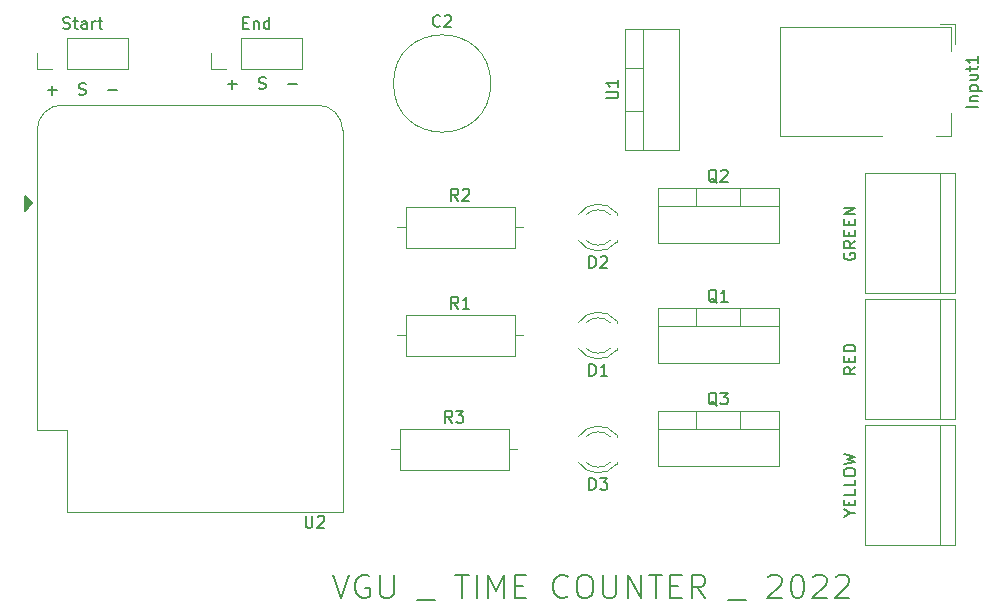
<source format=gbr>
%TF.GenerationSoftware,KiCad,Pcbnew,(6.0.5)*%
%TF.CreationDate,2022-06-22T13:59:23+07:00*%
%TF.ProjectId,timer,74696d65-722e-46b6-9963-61645f706362,rev?*%
%TF.SameCoordinates,Original*%
%TF.FileFunction,Legend,Top*%
%TF.FilePolarity,Positive*%
%FSLAX46Y46*%
G04 Gerber Fmt 4.6, Leading zero omitted, Abs format (unit mm)*
G04 Created by KiCad (PCBNEW (6.0.5)) date 2022-06-22 13:59:23*
%MOMM*%
%LPD*%
G01*
G04 APERTURE LIST*
%ADD10C,0.150000*%
%ADD11C,0.120000*%
G04 APERTURE END LIST*
D10*
X79647619Y-118792761D02*
X80314285Y-120792761D01*
X80980952Y-118792761D01*
X82695238Y-118888000D02*
X82504761Y-118792761D01*
X82219047Y-118792761D01*
X81933333Y-118888000D01*
X81742857Y-119078476D01*
X81647619Y-119268952D01*
X81552380Y-119649904D01*
X81552380Y-119935619D01*
X81647619Y-120316571D01*
X81742857Y-120507047D01*
X81933333Y-120697523D01*
X82219047Y-120792761D01*
X82409523Y-120792761D01*
X82695238Y-120697523D01*
X82790476Y-120602285D01*
X82790476Y-119935619D01*
X82409523Y-119935619D01*
X83647619Y-118792761D02*
X83647619Y-120411809D01*
X83742857Y-120602285D01*
X83838095Y-120697523D01*
X84028571Y-120792761D01*
X84409523Y-120792761D01*
X84600000Y-120697523D01*
X84695238Y-120602285D01*
X84790476Y-120411809D01*
X84790476Y-118792761D01*
X86790476Y-120983238D02*
X88314285Y-120983238D01*
X90028571Y-118792761D02*
X91171428Y-118792761D01*
X90600000Y-120792761D02*
X90600000Y-118792761D01*
X91838095Y-120792761D02*
X91838095Y-118792761D01*
X92790476Y-120792761D02*
X92790476Y-118792761D01*
X93457142Y-120221333D01*
X94123809Y-118792761D01*
X94123809Y-120792761D01*
X95076190Y-119745142D02*
X95742857Y-119745142D01*
X96028571Y-120792761D02*
X95076190Y-120792761D01*
X95076190Y-118792761D01*
X96028571Y-118792761D01*
X99552380Y-120602285D02*
X99457142Y-120697523D01*
X99171428Y-120792761D01*
X98980952Y-120792761D01*
X98695238Y-120697523D01*
X98504761Y-120507047D01*
X98409523Y-120316571D01*
X98314285Y-119935619D01*
X98314285Y-119649904D01*
X98409523Y-119268952D01*
X98504761Y-119078476D01*
X98695238Y-118888000D01*
X98980952Y-118792761D01*
X99171428Y-118792761D01*
X99457142Y-118888000D01*
X99552380Y-118983238D01*
X100790476Y-118792761D02*
X101171428Y-118792761D01*
X101361904Y-118888000D01*
X101552380Y-119078476D01*
X101647619Y-119459428D01*
X101647619Y-120126095D01*
X101552380Y-120507047D01*
X101361904Y-120697523D01*
X101171428Y-120792761D01*
X100790476Y-120792761D01*
X100600000Y-120697523D01*
X100409523Y-120507047D01*
X100314285Y-120126095D01*
X100314285Y-119459428D01*
X100409523Y-119078476D01*
X100600000Y-118888000D01*
X100790476Y-118792761D01*
X102504761Y-118792761D02*
X102504761Y-120411809D01*
X102599999Y-120602285D01*
X102695238Y-120697523D01*
X102885714Y-120792761D01*
X103266666Y-120792761D01*
X103457142Y-120697523D01*
X103552380Y-120602285D01*
X103647619Y-120411809D01*
X103647619Y-118792761D01*
X104599999Y-120792761D02*
X104599999Y-118792761D01*
X105742857Y-120792761D01*
X105742857Y-118792761D01*
X106409523Y-118792761D02*
X107552380Y-118792761D01*
X106980952Y-120792761D02*
X106980952Y-118792761D01*
X108219047Y-119745142D02*
X108885714Y-119745142D01*
X109171428Y-120792761D02*
X108219047Y-120792761D01*
X108219047Y-118792761D01*
X109171428Y-118792761D01*
X111171428Y-120792761D02*
X110504761Y-119840380D01*
X110028571Y-120792761D02*
X110028571Y-118792761D01*
X110790476Y-118792761D01*
X110980952Y-118888000D01*
X111076190Y-118983238D01*
X111171428Y-119173714D01*
X111171428Y-119459428D01*
X111076190Y-119649904D01*
X110980952Y-119745142D01*
X110790476Y-119840380D01*
X110028571Y-119840380D01*
X113076190Y-120983238D02*
X114599999Y-120983238D01*
X116504761Y-118983238D02*
X116599999Y-118888000D01*
X116790476Y-118792761D01*
X117266666Y-118792761D01*
X117457142Y-118888000D01*
X117552380Y-118983238D01*
X117647619Y-119173714D01*
X117647619Y-119364190D01*
X117552380Y-119649904D01*
X116409523Y-120792761D01*
X117647619Y-120792761D01*
X118885714Y-118792761D02*
X119076190Y-118792761D01*
X119266666Y-118888000D01*
X119361904Y-118983238D01*
X119457142Y-119173714D01*
X119552380Y-119554666D01*
X119552380Y-120030857D01*
X119457142Y-120411809D01*
X119361904Y-120602285D01*
X119266666Y-120697523D01*
X119076190Y-120792761D01*
X118885714Y-120792761D01*
X118695238Y-120697523D01*
X118599999Y-120602285D01*
X118504761Y-120411809D01*
X118409523Y-120030857D01*
X118409523Y-119554666D01*
X118504761Y-119173714D01*
X118599999Y-118983238D01*
X118695238Y-118888000D01*
X118885714Y-118792761D01*
X120314285Y-118983238D02*
X120409523Y-118888000D01*
X120599999Y-118792761D01*
X121076190Y-118792761D01*
X121266666Y-118888000D01*
X121361904Y-118983238D01*
X121457142Y-119173714D01*
X121457142Y-119364190D01*
X121361904Y-119649904D01*
X120219047Y-120792761D01*
X121457142Y-120792761D01*
X122219047Y-118983238D02*
X122314285Y-118888000D01*
X122504761Y-118792761D01*
X122980952Y-118792761D01*
X123171428Y-118888000D01*
X123266666Y-118983238D01*
X123361904Y-119173714D01*
X123361904Y-119364190D01*
X123266666Y-119649904D01*
X122123809Y-120792761D01*
X123361904Y-120792761D01*
X73374285Y-77620761D02*
X73517142Y-77668380D01*
X73755238Y-77668380D01*
X73850476Y-77620761D01*
X73898095Y-77573142D01*
X73945714Y-77477904D01*
X73945714Y-77382666D01*
X73898095Y-77287428D01*
X73850476Y-77239809D01*
X73755238Y-77192190D01*
X73564761Y-77144571D01*
X73469523Y-77096952D01*
X73421904Y-77049333D01*
X73374285Y-76954095D01*
X73374285Y-76858857D01*
X73421904Y-76763619D01*
X73469523Y-76716000D01*
X73564761Y-76668380D01*
X73802857Y-76668380D01*
X73945714Y-76716000D01*
X70739047Y-77287428D02*
X71500952Y-77287428D01*
X71120000Y-77668380D02*
X71120000Y-76906476D01*
X55499047Y-77795428D02*
X56260952Y-77795428D01*
X55880000Y-78176380D02*
X55880000Y-77414476D01*
X58134285Y-78128761D02*
X58277142Y-78176380D01*
X58515238Y-78176380D01*
X58610476Y-78128761D01*
X58658095Y-78081142D01*
X58705714Y-77985904D01*
X58705714Y-77890666D01*
X58658095Y-77795428D01*
X58610476Y-77747809D01*
X58515238Y-77700190D01*
X58324761Y-77652571D01*
X58229523Y-77604952D01*
X58181904Y-77557333D01*
X58134285Y-77462095D01*
X58134285Y-77366857D01*
X58181904Y-77271619D01*
X58229523Y-77224000D01*
X58324761Y-77176380D01*
X58562857Y-77176380D01*
X58705714Y-77224000D01*
X60579047Y-77795428D02*
X61340952Y-77795428D01*
X75819047Y-77287428D02*
X76580952Y-77287428D01*
%TO.C,J1*%
X56800952Y-72540761D02*
X56943809Y-72588380D01*
X57181904Y-72588380D01*
X57277142Y-72540761D01*
X57324761Y-72493142D01*
X57372380Y-72397904D01*
X57372380Y-72302666D01*
X57324761Y-72207428D01*
X57277142Y-72159809D01*
X57181904Y-72112190D01*
X56991428Y-72064571D01*
X56896190Y-72016952D01*
X56848571Y-71969333D01*
X56800952Y-71874095D01*
X56800952Y-71778857D01*
X56848571Y-71683619D01*
X56896190Y-71636000D01*
X56991428Y-71588380D01*
X57229523Y-71588380D01*
X57372380Y-71636000D01*
X57658095Y-71921714D02*
X58039047Y-71921714D01*
X57800952Y-71588380D02*
X57800952Y-72445523D01*
X57848571Y-72540761D01*
X57943809Y-72588380D01*
X58039047Y-72588380D01*
X58800952Y-72588380D02*
X58800952Y-72064571D01*
X58753333Y-71969333D01*
X58658095Y-71921714D01*
X58467619Y-71921714D01*
X58372380Y-71969333D01*
X58800952Y-72540761D02*
X58705714Y-72588380D01*
X58467619Y-72588380D01*
X58372380Y-72540761D01*
X58324761Y-72445523D01*
X58324761Y-72350285D01*
X58372380Y-72255047D01*
X58467619Y-72207428D01*
X58705714Y-72207428D01*
X58800952Y-72159809D01*
X59277142Y-72588380D02*
X59277142Y-71921714D01*
X59277142Y-72112190D02*
X59324761Y-72016952D01*
X59372380Y-71969333D01*
X59467619Y-71921714D01*
X59562857Y-71921714D01*
X59753333Y-71921714D02*
X60134285Y-71921714D01*
X59896190Y-71588380D02*
X59896190Y-72445523D01*
X59943809Y-72540761D01*
X60039047Y-72588380D01*
X60134285Y-72588380D01*
%TO.C,R3*%
X89749333Y-105936380D02*
X89416000Y-105460190D01*
X89177904Y-105936380D02*
X89177904Y-104936380D01*
X89558857Y-104936380D01*
X89654095Y-104984000D01*
X89701714Y-105031619D01*
X89749333Y-105126857D01*
X89749333Y-105269714D01*
X89701714Y-105364952D01*
X89654095Y-105412571D01*
X89558857Y-105460190D01*
X89177904Y-105460190D01*
X90082666Y-104936380D02*
X90701714Y-104936380D01*
X90368380Y-105317333D01*
X90511238Y-105317333D01*
X90606476Y-105364952D01*
X90654095Y-105412571D01*
X90701714Y-105507809D01*
X90701714Y-105745904D01*
X90654095Y-105841142D01*
X90606476Y-105888761D01*
X90511238Y-105936380D01*
X90225523Y-105936380D01*
X90130285Y-105888761D01*
X90082666Y-105841142D01*
%TO.C,R2*%
X90257333Y-87140380D02*
X89924000Y-86664190D01*
X89685904Y-87140380D02*
X89685904Y-86140380D01*
X90066857Y-86140380D01*
X90162095Y-86188000D01*
X90209714Y-86235619D01*
X90257333Y-86330857D01*
X90257333Y-86473714D01*
X90209714Y-86568952D01*
X90162095Y-86616571D01*
X90066857Y-86664190D01*
X89685904Y-86664190D01*
X90638285Y-86235619D02*
X90685904Y-86188000D01*
X90781142Y-86140380D01*
X91019238Y-86140380D01*
X91114476Y-86188000D01*
X91162095Y-86235619D01*
X91209714Y-86330857D01*
X91209714Y-86426095D01*
X91162095Y-86568952D01*
X90590666Y-87140380D01*
X91209714Y-87140380D01*
%TO.C,YELLOW*%
X123420190Y-113609142D02*
X123896380Y-113609142D01*
X122896380Y-113942476D02*
X123420190Y-113609142D01*
X122896380Y-113275809D01*
X123372571Y-112942476D02*
X123372571Y-112609142D01*
X123896380Y-112466285D02*
X123896380Y-112942476D01*
X122896380Y-112942476D01*
X122896380Y-112466285D01*
X123896380Y-111561523D02*
X123896380Y-112037714D01*
X122896380Y-112037714D01*
X123896380Y-110752000D02*
X123896380Y-111228190D01*
X122896380Y-111228190D01*
X122896380Y-110228190D02*
X122896380Y-110037714D01*
X122944000Y-109942476D01*
X123039238Y-109847238D01*
X123229714Y-109799619D01*
X123563047Y-109799619D01*
X123753523Y-109847238D01*
X123848761Y-109942476D01*
X123896380Y-110037714D01*
X123896380Y-110228190D01*
X123848761Y-110323428D01*
X123753523Y-110418666D01*
X123563047Y-110466285D01*
X123229714Y-110466285D01*
X123039238Y-110418666D01*
X122944000Y-110323428D01*
X122896380Y-110228190D01*
X122896380Y-109466285D02*
X123896380Y-109228190D01*
X123182095Y-109037714D01*
X123896380Y-108847238D01*
X122896380Y-108609142D01*
%TO.C,U2*%
X77349095Y-113828380D02*
X77349095Y-114637904D01*
X77396714Y-114733142D01*
X77444333Y-114780761D01*
X77539571Y-114828380D01*
X77730047Y-114828380D01*
X77825285Y-114780761D01*
X77872904Y-114733142D01*
X77920523Y-114637904D01*
X77920523Y-113828380D01*
X78349095Y-113923619D02*
X78396714Y-113876000D01*
X78491952Y-113828380D01*
X78730047Y-113828380D01*
X78825285Y-113876000D01*
X78872904Y-113923619D01*
X78920523Y-114018857D01*
X78920523Y-114114095D01*
X78872904Y-114256952D01*
X78301476Y-114828380D01*
X78920523Y-114828380D01*
%TO.C,D1*%
X101374904Y-101964380D02*
X101374904Y-100964380D01*
X101613000Y-100964380D01*
X101755857Y-101012000D01*
X101851095Y-101107238D01*
X101898714Y-101202476D01*
X101946333Y-101392952D01*
X101946333Y-101535809D01*
X101898714Y-101726285D01*
X101851095Y-101821523D01*
X101755857Y-101916761D01*
X101613000Y-101964380D01*
X101374904Y-101964380D01*
X102898714Y-101964380D02*
X102327285Y-101964380D01*
X102613000Y-101964380D02*
X102613000Y-100964380D01*
X102517761Y-101107238D01*
X102422523Y-101202476D01*
X102327285Y-101250095D01*
%TO.C,C2*%
X88733333Y-72323142D02*
X88685714Y-72370761D01*
X88542857Y-72418380D01*
X88447619Y-72418380D01*
X88304761Y-72370761D01*
X88209523Y-72275523D01*
X88161904Y-72180285D01*
X88114285Y-71989809D01*
X88114285Y-71846952D01*
X88161904Y-71656476D01*
X88209523Y-71561238D01*
X88304761Y-71466000D01*
X88447619Y-71418380D01*
X88542857Y-71418380D01*
X88685714Y-71466000D01*
X88733333Y-71513619D01*
X89114285Y-71513619D02*
X89161904Y-71466000D01*
X89257142Y-71418380D01*
X89495238Y-71418380D01*
X89590476Y-71466000D01*
X89638095Y-71513619D01*
X89685714Y-71608857D01*
X89685714Y-71704095D01*
X89638095Y-71846952D01*
X89066666Y-72418380D01*
X89685714Y-72418380D01*
%TO.C,D2*%
X101374904Y-92820380D02*
X101374904Y-91820380D01*
X101613000Y-91820380D01*
X101755857Y-91868000D01*
X101851095Y-91963238D01*
X101898714Y-92058476D01*
X101946333Y-92248952D01*
X101946333Y-92391809D01*
X101898714Y-92582285D01*
X101851095Y-92677523D01*
X101755857Y-92772761D01*
X101613000Y-92820380D01*
X101374904Y-92820380D01*
X102327285Y-91915619D02*
X102374904Y-91868000D01*
X102470142Y-91820380D01*
X102708238Y-91820380D01*
X102803476Y-91868000D01*
X102851095Y-91915619D01*
X102898714Y-92010857D01*
X102898714Y-92106095D01*
X102851095Y-92248952D01*
X102279666Y-92820380D01*
X102898714Y-92820380D01*
%TO.C,RED*%
X123896380Y-101226857D02*
X123420190Y-101560190D01*
X123896380Y-101798285D02*
X122896380Y-101798285D01*
X122896380Y-101417333D01*
X122944000Y-101322095D01*
X122991619Y-101274476D01*
X123086857Y-101226857D01*
X123229714Y-101226857D01*
X123324952Y-101274476D01*
X123372571Y-101322095D01*
X123420190Y-101417333D01*
X123420190Y-101798285D01*
X123372571Y-100798285D02*
X123372571Y-100464952D01*
X123896380Y-100322095D02*
X123896380Y-100798285D01*
X122896380Y-100798285D01*
X122896380Y-100322095D01*
X123896380Y-99893523D02*
X122896380Y-99893523D01*
X122896380Y-99655428D01*
X122944000Y-99512571D01*
X123039238Y-99417333D01*
X123134476Y-99369714D01*
X123324952Y-99322095D01*
X123467809Y-99322095D01*
X123658285Y-99369714D01*
X123753523Y-99417333D01*
X123848761Y-99512571D01*
X123896380Y-99655428D01*
X123896380Y-99893523D01*
%TO.C,GREEN*%
X122944000Y-91582666D02*
X122896380Y-91677904D01*
X122896380Y-91820761D01*
X122944000Y-91963619D01*
X123039238Y-92058857D01*
X123134476Y-92106476D01*
X123324952Y-92154095D01*
X123467809Y-92154095D01*
X123658285Y-92106476D01*
X123753523Y-92058857D01*
X123848761Y-91963619D01*
X123896380Y-91820761D01*
X123896380Y-91725523D01*
X123848761Y-91582666D01*
X123801142Y-91535047D01*
X123467809Y-91535047D01*
X123467809Y-91725523D01*
X123896380Y-90535047D02*
X123420190Y-90868380D01*
X123896380Y-91106476D02*
X122896380Y-91106476D01*
X122896380Y-90725523D01*
X122944000Y-90630285D01*
X122991619Y-90582666D01*
X123086857Y-90535047D01*
X123229714Y-90535047D01*
X123324952Y-90582666D01*
X123372571Y-90630285D01*
X123420190Y-90725523D01*
X123420190Y-91106476D01*
X123372571Y-90106476D02*
X123372571Y-89773142D01*
X123896380Y-89630285D02*
X123896380Y-90106476D01*
X122896380Y-90106476D01*
X122896380Y-89630285D01*
X123372571Y-89201714D02*
X123372571Y-88868380D01*
X123896380Y-88725523D02*
X123896380Y-89201714D01*
X122896380Y-89201714D01*
X122896380Y-88725523D01*
X123896380Y-88296952D02*
X122896380Y-88296952D01*
X123896380Y-87725523D01*
X122896380Y-87725523D01*
%TO.C,Input1*%
X134270380Y-79193047D02*
X133270380Y-79193047D01*
X133603714Y-78716857D02*
X134270380Y-78716857D01*
X133698952Y-78716857D02*
X133651333Y-78669238D01*
X133603714Y-78574000D01*
X133603714Y-78431142D01*
X133651333Y-78335904D01*
X133746571Y-78288285D01*
X134270380Y-78288285D01*
X133603714Y-77812095D02*
X134603714Y-77812095D01*
X133651333Y-77812095D02*
X133603714Y-77716857D01*
X133603714Y-77526380D01*
X133651333Y-77431142D01*
X133698952Y-77383523D01*
X133794190Y-77335904D01*
X134079904Y-77335904D01*
X134175142Y-77383523D01*
X134222761Y-77431142D01*
X134270380Y-77526380D01*
X134270380Y-77716857D01*
X134222761Y-77812095D01*
X133603714Y-76478761D02*
X134270380Y-76478761D01*
X133603714Y-76907333D02*
X134127523Y-76907333D01*
X134222761Y-76859714D01*
X134270380Y-76764476D01*
X134270380Y-76621619D01*
X134222761Y-76526380D01*
X134175142Y-76478761D01*
X133603714Y-76145428D02*
X133603714Y-75764476D01*
X133270380Y-76002571D02*
X134127523Y-76002571D01*
X134222761Y-75954952D01*
X134270380Y-75859714D01*
X134270380Y-75764476D01*
X134270380Y-74907333D02*
X134270380Y-75478761D01*
X134270380Y-75193047D02*
X133270380Y-75193047D01*
X133413238Y-75288285D01*
X133508476Y-75383523D01*
X133556095Y-75478761D01*
%TO.C,J2*%
X72032952Y-72064571D02*
X72366285Y-72064571D01*
X72509142Y-72588380D02*
X72032952Y-72588380D01*
X72032952Y-71588380D01*
X72509142Y-71588380D01*
X72937714Y-71921714D02*
X72937714Y-72588380D01*
X72937714Y-72016952D02*
X72985333Y-71969333D01*
X73080571Y-71921714D01*
X73223428Y-71921714D01*
X73318666Y-71969333D01*
X73366285Y-72064571D01*
X73366285Y-72588380D01*
X74271047Y-72588380D02*
X74271047Y-71588380D01*
X74271047Y-72540761D02*
X74175809Y-72588380D01*
X73985333Y-72588380D01*
X73890095Y-72540761D01*
X73842476Y-72493142D01*
X73794857Y-72397904D01*
X73794857Y-72112190D01*
X73842476Y-72016952D01*
X73890095Y-71969333D01*
X73985333Y-71921714D01*
X74175809Y-71921714D01*
X74271047Y-71969333D01*
%TO.C,U1*%
X102807380Y-78485904D02*
X103616904Y-78485904D01*
X103712142Y-78438285D01*
X103759761Y-78390666D01*
X103807380Y-78295428D01*
X103807380Y-78104952D01*
X103759761Y-78009714D01*
X103712142Y-77962095D01*
X103616904Y-77914476D01*
X102807380Y-77914476D01*
X103807380Y-76914476D02*
X103807380Y-77485904D01*
X103807380Y-77200190D02*
X102807380Y-77200190D01*
X102950238Y-77295428D01*
X103045476Y-77390666D01*
X103093095Y-77485904D01*
%TO.C,Q2*%
X112172761Y-85614619D02*
X112077523Y-85567000D01*
X111982285Y-85471761D01*
X111839428Y-85328904D01*
X111744190Y-85281285D01*
X111648952Y-85281285D01*
X111696571Y-85519380D02*
X111601333Y-85471761D01*
X111506095Y-85376523D01*
X111458476Y-85186047D01*
X111458476Y-84852714D01*
X111506095Y-84662238D01*
X111601333Y-84567000D01*
X111696571Y-84519380D01*
X111887047Y-84519380D01*
X111982285Y-84567000D01*
X112077523Y-84662238D01*
X112125142Y-84852714D01*
X112125142Y-85186047D01*
X112077523Y-85376523D01*
X111982285Y-85471761D01*
X111887047Y-85519380D01*
X111696571Y-85519380D01*
X112506095Y-84614619D02*
X112553714Y-84567000D01*
X112648952Y-84519380D01*
X112887047Y-84519380D01*
X112982285Y-84567000D01*
X113029904Y-84614619D01*
X113077523Y-84709857D01*
X113077523Y-84805095D01*
X113029904Y-84947952D01*
X112458476Y-85519380D01*
X113077523Y-85519380D01*
%TO.C,R1*%
X90257333Y-96284380D02*
X89924000Y-95808190D01*
X89685904Y-96284380D02*
X89685904Y-95284380D01*
X90066857Y-95284380D01*
X90162095Y-95332000D01*
X90209714Y-95379619D01*
X90257333Y-95474857D01*
X90257333Y-95617714D01*
X90209714Y-95712952D01*
X90162095Y-95760571D01*
X90066857Y-95808190D01*
X89685904Y-95808190D01*
X91209714Y-96284380D02*
X90638285Y-96284380D01*
X90924000Y-96284380D02*
X90924000Y-95284380D01*
X90828761Y-95427238D01*
X90733523Y-95522476D01*
X90638285Y-95570095D01*
%TO.C,Q3*%
X112172761Y-104481619D02*
X112077523Y-104434000D01*
X111982285Y-104338761D01*
X111839428Y-104195904D01*
X111744190Y-104148285D01*
X111648952Y-104148285D01*
X111696571Y-104386380D02*
X111601333Y-104338761D01*
X111506095Y-104243523D01*
X111458476Y-104053047D01*
X111458476Y-103719714D01*
X111506095Y-103529238D01*
X111601333Y-103434000D01*
X111696571Y-103386380D01*
X111887047Y-103386380D01*
X111982285Y-103434000D01*
X112077523Y-103529238D01*
X112125142Y-103719714D01*
X112125142Y-104053047D01*
X112077523Y-104243523D01*
X111982285Y-104338761D01*
X111887047Y-104386380D01*
X111696571Y-104386380D01*
X112458476Y-103386380D02*
X113077523Y-103386380D01*
X112744190Y-103767333D01*
X112887047Y-103767333D01*
X112982285Y-103814952D01*
X113029904Y-103862571D01*
X113077523Y-103957809D01*
X113077523Y-104195904D01*
X113029904Y-104291142D01*
X112982285Y-104338761D01*
X112887047Y-104386380D01*
X112601333Y-104386380D01*
X112506095Y-104338761D01*
X112458476Y-104291142D01*
%TO.C,D3*%
X101374904Y-111616380D02*
X101374904Y-110616380D01*
X101613000Y-110616380D01*
X101755857Y-110664000D01*
X101851095Y-110759238D01*
X101898714Y-110854476D01*
X101946333Y-111044952D01*
X101946333Y-111187809D01*
X101898714Y-111378285D01*
X101851095Y-111473523D01*
X101755857Y-111568761D01*
X101613000Y-111616380D01*
X101374904Y-111616380D01*
X102279666Y-110616380D02*
X102898714Y-110616380D01*
X102565380Y-110997333D01*
X102708238Y-110997333D01*
X102803476Y-111044952D01*
X102851095Y-111092571D01*
X102898714Y-111187809D01*
X102898714Y-111425904D01*
X102851095Y-111521142D01*
X102803476Y-111568761D01*
X102708238Y-111616380D01*
X102422523Y-111616380D01*
X102327285Y-111568761D01*
X102279666Y-111521142D01*
%TO.C,Q1*%
X112172761Y-95774619D02*
X112077523Y-95727000D01*
X111982285Y-95631761D01*
X111839428Y-95488904D01*
X111744190Y-95441285D01*
X111648952Y-95441285D01*
X111696571Y-95679380D02*
X111601333Y-95631761D01*
X111506095Y-95536523D01*
X111458476Y-95346047D01*
X111458476Y-95012714D01*
X111506095Y-94822238D01*
X111601333Y-94727000D01*
X111696571Y-94679380D01*
X111887047Y-94679380D01*
X111982285Y-94727000D01*
X112077523Y-94822238D01*
X112125142Y-95012714D01*
X112125142Y-95346047D01*
X112077523Y-95536523D01*
X111982285Y-95631761D01*
X111887047Y-95679380D01*
X111696571Y-95679380D01*
X113077523Y-95679380D02*
X112506095Y-95679380D01*
X112791809Y-95679380D02*
X112791809Y-94679380D01*
X112696571Y-94822238D01*
X112601333Y-94917476D01*
X112506095Y-94965095D01*
D11*
%TO.C,J1*%
X55895000Y-76006000D02*
X54565000Y-76006000D01*
X57165000Y-73346000D02*
X62305000Y-73346000D01*
X54565000Y-76006000D02*
X54565000Y-74676000D01*
X57165000Y-76006000D02*
X62305000Y-76006000D01*
X57165000Y-76006000D02*
X57165000Y-73346000D01*
X62305000Y-76006000D02*
X62305000Y-73346000D01*
%TO.C,R3*%
X85296000Y-106484000D02*
X85296000Y-109924000D01*
X94536000Y-106484000D02*
X85296000Y-106484000D01*
X95226000Y-108204000D02*
X94536000Y-108204000D01*
X85296000Y-109924000D02*
X94536000Y-109924000D01*
X94536000Y-109924000D02*
X94536000Y-106484000D01*
X84606000Y-108204000D02*
X85296000Y-108204000D01*
%TO.C,R2*%
X95044000Y-87688000D02*
X85804000Y-87688000D01*
X95734000Y-89408000D02*
X95044000Y-89408000D01*
X85114000Y-89408000D02*
X85804000Y-89408000D01*
X85804000Y-91128000D02*
X95044000Y-91128000D01*
X95044000Y-91128000D02*
X95044000Y-87688000D01*
X85804000Y-87688000D02*
X85804000Y-91128000D01*
%TO.C,YELLOW*%
X132334000Y-116332000D02*
X132334000Y-106172000D01*
X124714000Y-106172000D02*
X124714000Y-116332000D01*
X131064000Y-106172000D02*
X131064000Y-116332000D01*
X132334000Y-106172000D02*
X124714000Y-106172000D01*
X124714000Y-116332000D02*
X132334000Y-116332000D01*
%TO.C,U2*%
G36*
X54206000Y-87376000D02*
G01*
X53571000Y-88011000D01*
X53571000Y-86741000D01*
X54206000Y-87376000D01*
G37*
D10*
X54206000Y-87376000D02*
X53571000Y-88011000D01*
X53571000Y-86741000D01*
X54206000Y-87376000D01*
D11*
X56741000Y-79036000D02*
G75*
G03*
X54611000Y-81166000I2J-2130002D01*
G01*
X80471000Y-81166000D02*
G75*
G03*
X78341000Y-79036000I-2130000J0D01*
G01*
X57151000Y-113496000D02*
X80471000Y-113496000D01*
X57151000Y-106596000D02*
X57151000Y-113496000D01*
X54611000Y-106596000D02*
X54611000Y-81166000D01*
X78351000Y-79036000D02*
X56741000Y-79036000D01*
X80471000Y-113496000D02*
X80471000Y-81166000D01*
X54611000Y-106596000D02*
X57151000Y-106596000D01*
%TO.C,D1*%
X103673000Y-97472000D02*
X103673000Y-97316000D01*
X103673000Y-99788000D02*
X103673000Y-99632000D01*
X103673000Y-97316484D02*
G75*
G03*
X100440665Y-97473392I-1560000J-1235516D01*
G01*
X100440665Y-99630608D02*
G75*
G03*
X103673000Y-99787516I1672335J1078608D01*
G01*
X103153961Y-97472000D02*
G75*
G03*
X101071870Y-97472163I-1040961J-1080000D01*
G01*
X101071870Y-99631837D02*
G75*
G03*
X103153961Y-99632000I1041130J1079837D01*
G01*
%TO.C,C2*%
X93020000Y-77216000D02*
G75*
G03*
X93020000Y-77216000I-4120000J0D01*
G01*
%TO.C,D2*%
X103673000Y-90644000D02*
X103673000Y-90488000D01*
X103673000Y-88328000D02*
X103673000Y-88172000D01*
X100440665Y-90486608D02*
G75*
G03*
X103673000Y-90643516I1672335J1078608D01*
G01*
X103153961Y-88328000D02*
G75*
G03*
X101071870Y-88328163I-1040961J-1080000D01*
G01*
X101071870Y-90487837D02*
G75*
G03*
X103153961Y-90488000I1041130J1079837D01*
G01*
X103673000Y-88172484D02*
G75*
G03*
X100440665Y-88329392I-1560000J-1235516D01*
G01*
%TO.C,RED*%
X124714000Y-95504000D02*
X124714000Y-105664000D01*
X131064000Y-95504000D02*
X131064000Y-105664000D01*
X124714000Y-105664000D02*
X132334000Y-105664000D01*
X132334000Y-105664000D02*
X132334000Y-95504000D01*
X132334000Y-95504000D02*
X124714000Y-95504000D01*
%TO.C,GREEN*%
X124714000Y-94996000D02*
X132334000Y-94996000D01*
X131064000Y-84836000D02*
X131064000Y-94996000D01*
X132334000Y-94996000D02*
X132334000Y-84836000D01*
X124714000Y-84836000D02*
X124714000Y-94996000D01*
X132334000Y-84836000D02*
X124714000Y-84836000D01*
%TO.C,Input1*%
X132318000Y-73874000D02*
X132318000Y-72174000D01*
X132018000Y-81674000D02*
X130718000Y-81674000D01*
X126118000Y-81674000D02*
X117518000Y-81674000D01*
X132018000Y-79674000D02*
X132018000Y-81674000D01*
X132318000Y-72174000D02*
X131018000Y-72174000D01*
X132018000Y-72474000D02*
X132018000Y-74474000D01*
X117518000Y-81674000D02*
X117518000Y-72474000D01*
X117518000Y-72474000D02*
X132018000Y-72474000D01*
%TO.C,J2*%
X71897000Y-76006000D02*
X71897000Y-73346000D01*
X71897000Y-73346000D02*
X77037000Y-73346000D01*
X69297000Y-76006000D02*
X69297000Y-74676000D01*
X71897000Y-76006000D02*
X77037000Y-76006000D01*
X77037000Y-76006000D02*
X77037000Y-73346000D01*
X70627000Y-76006000D02*
X69297000Y-76006000D01*
%TO.C,U1*%
X104355000Y-75873000D02*
X105865000Y-75873000D01*
X104355000Y-82844000D02*
X108996000Y-82844000D01*
X104355000Y-72604000D02*
X108996000Y-72604000D01*
X105865000Y-82844000D02*
X105865000Y-72604000D01*
X108996000Y-82844000D02*
X108996000Y-72604000D01*
X104355000Y-82844000D02*
X104355000Y-72604000D01*
X104355000Y-79574000D02*
X105865000Y-79574000D01*
%TO.C,Q2*%
X107148000Y-90708000D02*
X117388000Y-90708000D01*
X117388000Y-86067000D02*
X117388000Y-90708000D01*
X107148000Y-86067000D02*
X107148000Y-90708000D01*
X107148000Y-86067000D02*
X117388000Y-86067000D01*
X114119000Y-86067000D02*
X114119000Y-87577000D01*
X107148000Y-87577000D02*
X117388000Y-87577000D01*
X110418000Y-86067000D02*
X110418000Y-87577000D01*
%TO.C,R1*%
X95044000Y-100272000D02*
X95044000Y-96832000D01*
X85804000Y-100272000D02*
X95044000Y-100272000D01*
X85804000Y-96832000D02*
X85804000Y-100272000D01*
X85114000Y-98552000D02*
X85804000Y-98552000D01*
X95044000Y-96832000D02*
X85804000Y-96832000D01*
X95734000Y-98552000D02*
X95044000Y-98552000D01*
%TO.C,Q3*%
X107148000Y-109575000D02*
X117388000Y-109575000D01*
X107148000Y-106444000D02*
X117388000Y-106444000D01*
X117388000Y-104934000D02*
X117388000Y-109575000D01*
X110418000Y-104934000D02*
X110418000Y-106444000D01*
X114119000Y-104934000D02*
X114119000Y-106444000D01*
X107148000Y-104934000D02*
X117388000Y-104934000D01*
X107148000Y-104934000D02*
X107148000Y-109575000D01*
%TO.C,D3*%
X103673000Y-109440000D02*
X103673000Y-109284000D01*
X103673000Y-107124000D02*
X103673000Y-106968000D01*
X103673000Y-106968484D02*
G75*
G03*
X100440665Y-107125392I-1560000J-1235516D01*
G01*
X101071870Y-109283837D02*
G75*
G03*
X103153961Y-109284000I1041130J1079837D01*
G01*
X103153961Y-107124000D02*
G75*
G03*
X101071870Y-107124163I-1040961J-1080000D01*
G01*
X100440665Y-109282608D02*
G75*
G03*
X103673000Y-109439516I1672335J1078608D01*
G01*
%TO.C,Q1*%
X107148000Y-96227000D02*
X107148000Y-100868000D01*
X107148000Y-96227000D02*
X117388000Y-96227000D01*
X107148000Y-100868000D02*
X117388000Y-100868000D01*
X114119000Y-96227000D02*
X114119000Y-97737000D01*
X107148000Y-97737000D02*
X117388000Y-97737000D01*
X110418000Y-96227000D02*
X110418000Y-97737000D01*
X117388000Y-96227000D02*
X117388000Y-100868000D01*
%TD*%
M02*

</source>
